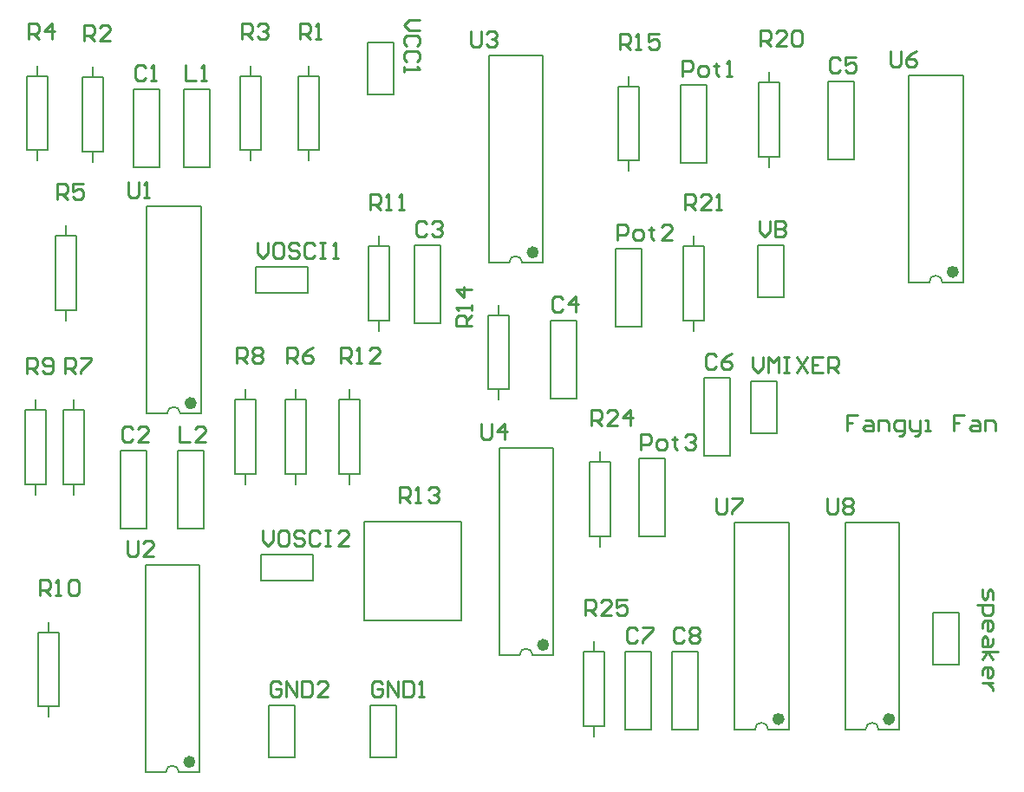
<source format=gto>
G04 Layer_Color=65535*
%FSLAX44Y44*%
%MOMM*%
G71*
G01*
G75*
%ADD10C,0.2540*%
%ADD14C,0.6000*%
%ADD15C,0.2000*%
D10*
X1088387Y605783D02*
X1078230D01*
Y598166D01*
X1083308D01*
X1078230D01*
Y590548D01*
X1096004Y600705D02*
X1101083D01*
X1103622Y598166D01*
Y590548D01*
X1096004D01*
X1093465Y593088D01*
X1096004Y595627D01*
X1103622D01*
X1108700Y590548D02*
Y600705D01*
X1116318D01*
X1118857Y598166D01*
Y590548D01*
X1129014Y585470D02*
X1131553D01*
X1134092Y588009D01*
Y600705D01*
X1126474D01*
X1123935Y598166D01*
Y593088D01*
X1126474Y590548D01*
X1134092D01*
X1139170Y600705D02*
Y593088D01*
X1141710Y590548D01*
X1149327D01*
Y588009D01*
X1146788Y585470D01*
X1144249D01*
X1149327Y590548D02*
Y600705D01*
X1154405Y590548D02*
X1159484D01*
X1156945D01*
Y600705D01*
X1154405D01*
X1192493Y605783D02*
X1182336D01*
Y598166D01*
X1187415D01*
X1182336D01*
Y590548D01*
X1200111Y600705D02*
X1205189D01*
X1207728Y598166D01*
Y590548D01*
X1200111D01*
X1197571Y593088D01*
X1200111Y595627D01*
X1207728D01*
X1212806Y590548D02*
Y600705D01*
X1220424D01*
X1222963Y598166D01*
Y590548D01*
X641350Y520700D02*
Y535935D01*
X648968D01*
X651507Y533396D01*
Y528317D01*
X648968Y525778D01*
X641350D01*
X646428D02*
X651507Y520700D01*
X656585D02*
X661663D01*
X659124D01*
Y535935D01*
X656585Y533396D01*
X669281D02*
X671820Y535935D01*
X676898D01*
X679438Y533396D01*
Y530857D01*
X676898Y528317D01*
X674359D01*
X676898D01*
X679438Y525778D01*
Y523239D01*
X676898Y520700D01*
X671820D01*
X669281Y523239D01*
X711200Y693420D02*
X695965D01*
Y701038D01*
X698504Y703577D01*
X703583D01*
X706122Y701038D01*
Y693420D01*
Y698498D02*
X711200Y703577D01*
Y708655D02*
Y713733D01*
Y711194D01*
X695965D01*
X698504Y708655D01*
X711200Y728969D02*
X695965D01*
X703583Y721351D01*
Y731508D01*
X1210310Y435610D02*
Y427993D01*
X1212849Y425453D01*
X1215388Y427993D01*
Y433071D01*
X1217927Y435610D01*
X1220467Y433071D01*
Y425453D01*
X1205232Y420375D02*
X1220467D01*
Y412757D01*
X1217927Y410218D01*
X1212849D01*
X1210310Y412757D01*
Y420375D01*
Y397522D02*
Y402601D01*
X1212849Y405140D01*
X1217927D01*
X1220467Y402601D01*
Y397522D01*
X1217927Y394983D01*
X1215388D01*
Y405140D01*
X1220467Y387366D02*
Y382287D01*
X1217927Y379748D01*
X1210310D01*
Y387366D01*
X1212849Y389905D01*
X1215388Y387366D01*
Y379748D01*
X1210310Y374670D02*
X1225545D01*
X1215388D02*
X1220467Y367052D01*
X1215388Y374670D02*
X1210310Y367052D01*
Y351817D02*
Y356895D01*
X1212849Y359435D01*
X1217927D01*
X1220467Y356895D01*
Y351817D01*
X1217927Y349278D01*
X1215388D01*
Y359435D01*
X1220467Y344200D02*
X1210310D01*
X1215388D01*
X1217927Y341660D01*
X1220467Y339121D01*
Y336582D01*
X660395Y991870D02*
X650238D01*
X645160Y986792D01*
X650238Y981713D01*
X660395D01*
X657856Y966478D02*
X660395Y969017D01*
Y974096D01*
X657856Y976635D01*
X647699D01*
X645160Y974096D01*
Y969017D01*
X647699Y966478D01*
X657856Y951243D02*
X660395Y953782D01*
Y958861D01*
X657856Y961400D01*
X647699D01*
X645160Y958861D01*
Y953782D01*
X647699Y951243D01*
X645160Y946165D02*
Y941086D01*
Y943626D01*
X660395D01*
X657856Y946165D01*
X623948Y343785D02*
X621409Y346324D01*
X616330D01*
X613791Y343785D01*
Y333628D01*
X616330Y331089D01*
X621409D01*
X623948Y333628D01*
Y338707D01*
X618869D01*
X629026Y331089D02*
Y346324D01*
X639183Y331089D01*
Y346324D01*
X644261D02*
Y331089D01*
X651879D01*
X654418Y333628D01*
Y343785D01*
X651879Y346324D01*
X644261D01*
X659496Y331089D02*
X664575D01*
X662035D01*
Y346324D01*
X659496Y343785D01*
X524888D02*
X522349Y346324D01*
X517270D01*
X514731Y343785D01*
Y333628D01*
X517270Y331089D01*
X522349D01*
X524888Y333628D01*
Y338707D01*
X519809D01*
X529966Y331089D02*
Y346324D01*
X540123Y331089D01*
Y346324D01*
X545201D02*
Y331089D01*
X552819D01*
X555358Y333628D01*
Y343785D01*
X552819Y346324D01*
X545201D01*
X570593Y331089D02*
X560436D01*
X570593Y341246D01*
Y343785D01*
X568054Y346324D01*
X562975D01*
X560436Y343785D01*
X392681Y945892D02*
X390141Y948431D01*
X385063D01*
X382524Y945892D01*
Y935735D01*
X385063Y933196D01*
X390141D01*
X392681Y935735D01*
X397759Y933196D02*
X402837D01*
X400298D01*
Y948431D01*
X397759Y945892D01*
X380108Y592705D02*
X377569Y595244D01*
X372490D01*
X369951Y592705D01*
Y582548D01*
X372490Y580009D01*
X377569D01*
X380108Y582548D01*
X395343Y580009D02*
X385186D01*
X395343Y590166D01*
Y592705D01*
X392804Y595244D01*
X387725D01*
X385186Y592705D01*
X667128Y793365D02*
X664588Y795904D01*
X659510D01*
X656971Y793365D01*
Y783208D01*
X659510Y780669D01*
X664588D01*
X667128Y783208D01*
X672206Y793365D02*
X674745Y795904D01*
X679824D01*
X682363Y793365D01*
Y790826D01*
X679824Y788287D01*
X677284D01*
X679824D01*
X682363Y785747D01*
Y783208D01*
X679824Y780669D01*
X674745D01*
X672206Y783208D01*
X800478Y719705D02*
X797939Y722244D01*
X792860D01*
X790321Y719705D01*
Y709548D01*
X792860Y707009D01*
X797939D01*
X800478Y709548D01*
X813174Y707009D02*
Y722244D01*
X805556Y714626D01*
X815713D01*
X1070988Y953385D02*
X1068448Y955924D01*
X1063370D01*
X1060831Y953385D01*
Y943228D01*
X1063370Y940689D01*
X1068448D01*
X1070988Y943228D01*
X1086223Y955924D02*
X1076066D01*
Y948307D01*
X1081144Y950846D01*
X1083684D01*
X1086223Y948307D01*
Y943228D01*
X1083684Y940689D01*
X1078605D01*
X1076066Y943228D01*
X950211Y663952D02*
X947672Y666491D01*
X942593D01*
X940054Y663952D01*
Y653795D01*
X942593Y651256D01*
X947672D01*
X950211Y653795D01*
X965446Y666491D02*
X960367Y663952D01*
X955289Y658874D01*
Y653795D01*
X957828Y651256D01*
X962907D01*
X965446Y653795D01*
Y656334D01*
X962907Y658874D01*
X955289D01*
X872741Y395982D02*
X870201Y398521D01*
X865123D01*
X862584Y395982D01*
Y385825D01*
X865123Y383286D01*
X870201D01*
X872741Y385825D01*
X877819Y398521D02*
X887976D01*
Y395982D01*
X877819Y385825D01*
Y383286D01*
X918461Y395982D02*
X915921Y398521D01*
X910843D01*
X908304Y395982D01*
Y385825D01*
X910843Y383286D01*
X915921D01*
X918461Y385825D01*
X923539Y395982D02*
X926078Y398521D01*
X931157D01*
X933696Y395982D01*
Y393443D01*
X931157Y390904D01*
X933696Y388364D01*
Y385825D01*
X931157Y383286D01*
X926078D01*
X923539Y385825D01*
Y388364D01*
X926078Y390904D01*
X923539Y393443D01*
Y395982D01*
X926078Y390904D02*
X931157D01*
X432054Y948431D02*
Y933196D01*
X442211D01*
X447289D02*
X452367D01*
X449828D01*
Y948431D01*
X447289Y945892D01*
X425704Y595371D02*
Y580136D01*
X435861D01*
X451096D02*
X440939D01*
X451096Y590293D01*
Y592832D01*
X448557Y595371D01*
X443478D01*
X440939Y592832D01*
X917321Y936879D02*
Y952114D01*
X924939D01*
X927478Y949575D01*
Y944497D01*
X924939Y941957D01*
X917321D01*
X935095Y936879D02*
X940174D01*
X942713Y939418D01*
Y944497D01*
X940174Y947036D01*
X935095D01*
X932556Y944497D01*
Y939418D01*
X935095Y936879D01*
X950330Y949575D02*
Y947036D01*
X947791D01*
X952869D01*
X950330D01*
Y939418D01*
X952869Y936879D01*
X960487D02*
X965565D01*
X963026D01*
Y952114D01*
X960487Y949575D01*
X853821Y776859D02*
Y792094D01*
X861439D01*
X863978Y789555D01*
Y784476D01*
X861439Y781937D01*
X853821D01*
X871595Y776859D02*
X876674D01*
X879213Y779398D01*
Y784476D01*
X876674Y787016D01*
X871595D01*
X869056Y784476D01*
Y779398D01*
X871595Y776859D01*
X886830Y789555D02*
Y787016D01*
X884291D01*
X889370D01*
X886830D01*
Y779398D01*
X889370Y776859D01*
X907144D02*
X896987D01*
X907144Y787016D01*
Y789555D01*
X904605Y792094D01*
X899526D01*
X896987Y789555D01*
X876554Y572516D02*
Y587751D01*
X884172D01*
X886711Y585212D01*
Y580134D01*
X884172Y577594D01*
X876554D01*
X894328Y572516D02*
X899407D01*
X901946Y575055D01*
Y580134D01*
X899407Y582673D01*
X894328D01*
X891789Y580134D01*
Y575055D01*
X894328Y572516D01*
X909563Y585212D02*
Y582673D01*
X907024D01*
X912103D01*
X909563D01*
Y575055D01*
X912103Y572516D01*
X919720Y585212D02*
X922259Y587751D01*
X927338D01*
X929877Y585212D01*
Y582673D01*
X927338Y580134D01*
X924798D01*
X927338D01*
X929877Y577594D01*
Y575055D01*
X927338Y572516D01*
X922259D01*
X919720Y575055D01*
X543941Y973201D02*
Y988436D01*
X551558D01*
X554098Y985897D01*
Y980818D01*
X551558Y978279D01*
X543941D01*
X549019D02*
X554098Y973201D01*
X559176D02*
X564254D01*
X561715D01*
Y988436D01*
X559176Y985897D01*
X332994Y972058D02*
Y987293D01*
X340611D01*
X343151Y984754D01*
Y979676D01*
X340611Y977136D01*
X332994D01*
X338072D02*
X343151Y972058D01*
X358386D02*
X348229D01*
X358386Y982215D01*
Y984754D01*
X355847Y987293D01*
X350768D01*
X348229Y984754D01*
X486791Y973201D02*
Y988436D01*
X494408D01*
X496948Y985897D01*
Y980818D01*
X494408Y978279D01*
X486791D01*
X491869D02*
X496948Y973201D01*
X502026Y985897D02*
X504565Y988436D01*
X509644D01*
X512183Y985897D01*
Y983358D01*
X509644Y980818D01*
X507104D01*
X509644D01*
X512183Y978279D01*
Y975740D01*
X509644Y973201D01*
X504565D01*
X502026Y975740D01*
X278511Y973201D02*
Y988436D01*
X286129D01*
X288668Y985897D01*
Y980818D01*
X286129Y978279D01*
X278511D01*
X283589D02*
X288668Y973201D01*
X301364D02*
Y988436D01*
X293746Y980818D01*
X303903D01*
X306324Y817118D02*
Y832353D01*
X313941D01*
X316481Y829814D01*
Y824735D01*
X313941Y822196D01*
X306324D01*
X311402D02*
X316481Y817118D01*
X331716Y832353D02*
X321559D01*
Y824735D01*
X326637Y827275D01*
X329177D01*
X331716Y824735D01*
Y819657D01*
X329177Y817118D01*
X324098D01*
X321559Y819657D01*
X531241Y656971D02*
Y672206D01*
X538858D01*
X541398Y669667D01*
Y664588D01*
X538858Y662049D01*
X531241D01*
X536319D02*
X541398Y656971D01*
X556633Y672206D02*
X551554Y669667D01*
X546476Y664588D01*
Y659510D01*
X549015Y656971D01*
X554094D01*
X556633Y659510D01*
Y662049D01*
X554094Y664588D01*
X546476D01*
X314071Y646811D02*
Y662046D01*
X321688D01*
X324228Y659507D01*
Y654428D01*
X321688Y651889D01*
X314071D01*
X319149D02*
X324228Y646811D01*
X329306Y662046D02*
X339463D01*
Y659507D01*
X329306Y649350D01*
Y646811D01*
X481711Y656971D02*
Y672206D01*
X489328D01*
X491868Y669667D01*
Y664588D01*
X489328Y662049D01*
X481711D01*
X486789D02*
X491868Y656971D01*
X496946Y669667D02*
X499485Y672206D01*
X504564D01*
X507103Y669667D01*
Y667128D01*
X504564Y664588D01*
X507103Y662049D01*
Y659510D01*
X504564Y656971D01*
X499485D01*
X496946Y659510D01*
Y662049D01*
X499485Y664588D01*
X496946Y667128D01*
Y669667D01*
X499485Y664588D02*
X504564D01*
X277241Y646811D02*
Y662046D01*
X284858D01*
X287398Y659507D01*
Y654428D01*
X284858Y651889D01*
X277241D01*
X282319D02*
X287398Y646811D01*
X292476Y649350D02*
X295015Y646811D01*
X300094D01*
X302633Y649350D01*
Y659507D01*
X300094Y662046D01*
X295015D01*
X292476Y659507D01*
Y656968D01*
X295015Y654428D01*
X302633D01*
X289814Y429768D02*
Y445003D01*
X297432D01*
X299971Y442464D01*
Y437385D01*
X297432Y434846D01*
X289814D01*
X294892D02*
X299971Y429768D01*
X305049D02*
X310127D01*
X307588D01*
Y445003D01*
X305049Y442464D01*
X317745D02*
X320284Y445003D01*
X325363D01*
X327902Y442464D01*
Y432307D01*
X325363Y429768D01*
X320284D01*
X317745Y432307D01*
Y442464D01*
X612521Y806831D02*
Y822066D01*
X620139D01*
X622678Y819527D01*
Y814448D01*
X620139Y811909D01*
X612521D01*
X617599D02*
X622678Y806831D01*
X627756D02*
X632834D01*
X630295D01*
Y822066D01*
X627756Y819527D01*
X640452Y806831D02*
X645530D01*
X642991D01*
Y822066D01*
X640452Y819527D01*
X583311Y656971D02*
Y672206D01*
X590928D01*
X593468Y669667D01*
Y664588D01*
X590928Y662049D01*
X583311D01*
X588389D02*
X593468Y656971D01*
X598546D02*
X603624D01*
X601085D01*
Y672206D01*
X598546Y669667D01*
X621399Y656971D02*
X611242D01*
X621399Y667128D01*
Y669667D01*
X618859Y672206D01*
X613781D01*
X611242Y669667D01*
X856361Y963041D02*
Y978276D01*
X863979D01*
X866518Y975737D01*
Y970658D01*
X863979Y968119D01*
X856361D01*
X861439D02*
X866518Y963041D01*
X871596D02*
X876674D01*
X874135D01*
Y978276D01*
X871596Y975737D01*
X894449Y978276D02*
X884292D01*
Y970658D01*
X889370Y973198D01*
X891909D01*
X894449Y970658D01*
Y965580D01*
X891909Y963041D01*
X886831D01*
X884292Y965580D01*
X993394Y966978D02*
Y982213D01*
X1001012D01*
X1003551Y979674D01*
Y974595D01*
X1001012Y972056D01*
X993394D01*
X998472D02*
X1003551Y966978D01*
X1018786D02*
X1008629D01*
X1018786Y977135D01*
Y979674D01*
X1016247Y982213D01*
X1011168D01*
X1008629Y979674D01*
X1023864D02*
X1026403Y982213D01*
X1031482D01*
X1034021Y979674D01*
Y969517D01*
X1031482Y966978D01*
X1026403D01*
X1023864Y969517D01*
Y979674D01*
X919734Y806958D02*
Y822193D01*
X927352D01*
X929891Y819654D01*
Y814576D01*
X927352Y812036D01*
X919734D01*
X924812D02*
X929891Y806958D01*
X945126D02*
X934969D01*
X945126Y817115D01*
Y819654D01*
X942587Y822193D01*
X937508D01*
X934969Y819654D01*
X950204Y806958D02*
X955283D01*
X952743D01*
Y822193D01*
X950204Y819654D01*
X828421Y596011D02*
Y611246D01*
X836039D01*
X838578Y608707D01*
Y603629D01*
X836039Y601089D01*
X828421D01*
X833499D02*
X838578Y596011D01*
X853813D02*
X843656D01*
X853813Y606168D01*
Y608707D01*
X851274Y611246D01*
X846195D01*
X843656Y608707D01*
X866509Y596011D02*
Y611246D01*
X858891Y603629D01*
X869048D01*
X821944Y410718D02*
Y425953D01*
X829561D01*
X832101Y423414D01*
Y418335D01*
X829561Y415796D01*
X821944D01*
X827022D02*
X832101Y410718D01*
X847336D02*
X837179D01*
X847336Y420875D01*
Y423414D01*
X844797Y425953D01*
X839718D01*
X837179Y423414D01*
X862571Y425953D02*
X852414D01*
Y418335D01*
X857493Y420875D01*
X860032D01*
X862571Y418335D01*
Y413257D01*
X860032Y410718D01*
X854953D01*
X852414Y413257D01*
X501904Y774441D02*
Y764284D01*
X506982Y759206D01*
X512061Y764284D01*
Y774441D01*
X524757D02*
X519678D01*
X517139Y771902D01*
Y761745D01*
X519678Y759206D01*
X524757D01*
X527296Y761745D01*
Y771902D01*
X524757Y774441D01*
X542531Y771902D02*
X539992Y774441D01*
X534913D01*
X532374Y771902D01*
Y769363D01*
X534913Y766824D01*
X539992D01*
X542531Y764284D01*
Y761745D01*
X539992Y759206D01*
X534913D01*
X532374Y761745D01*
X557766Y771902D02*
X555227Y774441D01*
X550148D01*
X547609Y771902D01*
Y761745D01*
X550148Y759206D01*
X555227D01*
X557766Y761745D01*
X562844Y774441D02*
X567923D01*
X565383D01*
Y759206D01*
X562844D01*
X567923D01*
X575540D02*
X580619D01*
X578079D01*
Y774441D01*
X575540Y771902D01*
X506984Y493771D02*
Y483614D01*
X512062Y478536D01*
X517141Y483614D01*
Y493771D01*
X529837D02*
X524758D01*
X522219Y491232D01*
Y481075D01*
X524758Y478536D01*
X529837D01*
X532376Y481075D01*
Y491232D01*
X529837Y493771D01*
X547611Y491232D02*
X545072Y493771D01*
X539993D01*
X537454Y491232D01*
Y488693D01*
X539993Y486153D01*
X545072D01*
X547611Y483614D01*
Y481075D01*
X545072Y478536D01*
X539993D01*
X537454Y481075D01*
X562846Y491232D02*
X560307Y493771D01*
X555228D01*
X552689Y491232D01*
Y481075D01*
X555228Y478536D01*
X560307D01*
X562846Y481075D01*
X567924Y493771D02*
X573003D01*
X570463D01*
Y478536D01*
X567924D01*
X573003D01*
X590777D02*
X580620D01*
X590777Y488693D01*
Y491232D01*
X588238Y493771D01*
X583159D01*
X580620Y491232D01*
X985774Y662681D02*
Y652524D01*
X990852Y647446D01*
X995931Y652524D01*
Y662681D01*
X1001009Y647446D02*
Y662681D01*
X1006087Y657603D01*
X1011166Y662681D01*
Y647446D01*
X1016244Y662681D02*
X1021322D01*
X1018783D01*
Y647446D01*
X1016244D01*
X1021322D01*
X1028940Y662681D02*
X1039097Y647446D01*
Y662681D02*
X1028940Y647446D01*
X1054332Y662681D02*
X1044175D01*
Y647446D01*
X1054332D01*
X1044175Y655063D02*
X1049253D01*
X1059410Y647446D02*
Y662681D01*
X1067028D01*
X1069567Y660142D01*
Y655063D01*
X1067028Y652524D01*
X1059410D01*
X1064489D02*
X1069567Y647446D01*
X992124Y796031D02*
Y785874D01*
X997202Y780796D01*
X1002281Y785874D01*
Y796031D01*
X1007359D02*
Y780796D01*
X1014977D01*
X1017516Y783335D01*
Y785874D01*
X1014977Y788413D01*
X1007359D01*
X1014977D01*
X1017516Y790953D01*
Y793492D01*
X1014977Y796031D01*
X1007359D01*
X376301Y833496D02*
Y820800D01*
X378840Y818261D01*
X383918D01*
X386458Y820800D01*
Y833496D01*
X391536Y818261D02*
X396614D01*
X394075D01*
Y833496D01*
X391536Y830957D01*
X375031Y482976D02*
Y470280D01*
X377570Y467741D01*
X382649D01*
X385188Y470280D01*
Y482976D01*
X400423Y467741D02*
X390266D01*
X400423Y477898D01*
Y480437D01*
X397884Y482976D01*
X392805D01*
X390266Y480437D01*
X710311Y980816D02*
Y968120D01*
X712850Y965581D01*
X717928D01*
X720468Y968120D01*
Y980816D01*
X725546Y978277D02*
X728085Y980816D01*
X733164D01*
X735703Y978277D01*
Y975738D01*
X733164Y973198D01*
X730624D01*
X733164D01*
X735703Y970659D01*
Y968120D01*
X733164Y965581D01*
X728085D01*
X725546Y968120D01*
X720471Y597276D02*
Y584580D01*
X723010Y582041D01*
X728089D01*
X730628Y584580D01*
Y597276D01*
X743324Y582041D02*
Y597276D01*
X735706Y589659D01*
X745863D01*
X1120521Y961766D02*
Y949070D01*
X1123060Y946531D01*
X1128139D01*
X1130678Y949070D01*
Y961766D01*
X1145913D02*
X1140834Y959227D01*
X1135756Y954148D01*
Y949070D01*
X1138295Y946531D01*
X1143374D01*
X1145913Y949070D01*
Y951609D01*
X1143374Y954148D01*
X1135756D01*
X950341Y524886D02*
Y512190D01*
X952880Y509651D01*
X957959D01*
X960498Y512190D01*
Y524886D01*
X965576D02*
X975733D01*
Y522347D01*
X965576Y512190D01*
Y509651D01*
X1058291Y524886D02*
Y512190D01*
X1060830Y509651D01*
X1065909D01*
X1068448Y512190D01*
Y524886D01*
X1073526Y522347D02*
X1076065Y524886D01*
X1081144D01*
X1083683Y522347D01*
Y519808D01*
X1081144Y517268D01*
X1083683Y514729D01*
Y512190D01*
X1081144Y509651D01*
X1076065D01*
X1073526Y512190D01*
Y514729D01*
X1076065Y517268D01*
X1073526Y519808D01*
Y522347D01*
X1076065Y517268D02*
X1081144D01*
D14*
X1184090Y745930D02*
G03*
X1184090Y745930I-3000J0D01*
G01*
X1013910Y309050D02*
G03*
X1013910Y309050I-3000J0D01*
G01*
X1121860D02*
G03*
X1121860Y309050I-3000J0D01*
G01*
X438600Y267140D02*
G03*
X438600Y267140I-3000J0D01*
G01*
X784040Y381440D02*
G03*
X784040Y381440I-3000J0D01*
G01*
X773880Y764980D02*
G03*
X773880Y764980I-3000J0D01*
G01*
X439870Y617660D02*
G03*
X439870Y617660I-3000J0D01*
G01*
D15*
X1170940Y735930D02*
G03*
X1158240Y735930I-6350J0D01*
G01*
X1000760Y299050D02*
G03*
X988060Y299050I-6350J0D01*
G01*
X1108710D02*
G03*
X1096010Y299050I-6350J0D01*
G01*
X425450Y257140D02*
G03*
X412750Y257140I-6350J0D01*
G01*
X770890Y371440D02*
G03*
X758190Y371440I-6350J0D01*
G01*
X760730Y754980D02*
G03*
X748030Y754980I-6350J0D01*
G01*
X426720Y607660D02*
G03*
X414020Y607660I-6350J0D01*
G01*
X606150Y405130D02*
X701150D01*
Y502020D01*
X606150D02*
X701150D01*
X606150Y405130D02*
Y502020D01*
X727710Y631190D02*
X748030D01*
X727710D02*
Y703580D01*
X748030D01*
Y631190D02*
Y703580D01*
X737870Y621030D02*
Y631190D01*
Y703580D02*
Y713740D01*
X1187450Y361950D02*
Y412750D01*
X1162050D02*
X1187450D01*
X1162050Y361950D02*
Y412750D01*
Y361950D02*
X1187450D01*
X609600Y919480D02*
X635000D01*
X609600D02*
Y970280D01*
X635000D01*
Y919480D02*
Y970280D01*
X612140Y271780D02*
X637540D01*
X612140D02*
Y322580D01*
X637540D01*
Y271780D02*
Y322580D01*
X513080Y271780D02*
X538480D01*
X513080D02*
Y322580D01*
X538480D01*
Y271780D02*
Y322580D01*
X820420Y374650D02*
X840740D01*
Y302260D02*
Y374650D01*
X820420Y302260D02*
X840740D01*
X820420D02*
Y374650D01*
X830580D02*
Y384810D01*
Y292100D02*
Y302260D01*
X861060Y374650D02*
X886460D01*
Y298450D02*
Y374650D01*
X861060Y298450D02*
X886460D01*
X861060D02*
Y374650D01*
X875030Y563880D02*
X900430D01*
Y487680D02*
Y563880D01*
X875030Y487680D02*
X900430D01*
X875030D02*
Y563880D01*
X906780Y374650D02*
X932180D01*
Y298450D02*
Y374650D01*
X906780Y298450D02*
X932180D01*
X906780D02*
Y374650D01*
X1138090Y937930D02*
X1191090D01*
X1138090Y735930D02*
X1158240D01*
X1170940D02*
X1191090D01*
X1138090D02*
Y937930D01*
X1191090Y735930D02*
Y937930D01*
X984250Y588010D02*
Y638810D01*
Y588010D02*
X1009650D01*
Y638810D01*
X984250D02*
X1009650D01*
X826770Y487680D02*
X847090D01*
X826770D02*
Y560070D01*
X847090D01*
Y487680D02*
Y560070D01*
X836930Y477520D02*
Y487680D01*
Y560070D02*
Y570230D01*
X967910Y501050D02*
X1020910D01*
X967910Y299050D02*
X988060D01*
X1000760D02*
X1020910D01*
X967910D02*
Y501050D01*
X1020910Y299050D02*
Y501050D01*
X1075860D02*
X1128860D01*
X1075860Y299050D02*
X1096010D01*
X1108710D02*
X1128860D01*
X1075860D02*
Y501050D01*
X1128860Y299050D02*
Y501050D01*
X288290Y393700D02*
X308610D01*
Y321310D02*
Y393700D01*
X288290Y321310D02*
X308610D01*
X288290D02*
Y393700D01*
X298450D02*
Y403860D01*
Y311150D02*
Y321310D01*
X392600Y459140D02*
X445600D01*
X392600Y257140D02*
X412750D01*
X425450D02*
X445600D01*
X392600D02*
Y459140D01*
X445600Y257140D02*
Y459140D01*
X738040Y573440D02*
X791040D01*
X738040Y371440D02*
X758190D01*
X770890D02*
X791040D01*
X738040D02*
Y573440D01*
X791040Y371440D02*
Y573440D01*
X368300Y495300D02*
X393700D01*
X368300D02*
Y571500D01*
X393700D01*
Y495300D02*
Y571500D01*
X1059180Y855980D02*
X1084580D01*
X1059180D02*
Y932180D01*
X1084580D01*
Y855980D02*
Y932180D01*
X991870Y930910D02*
X1012190D01*
Y858520D02*
Y930910D01*
X991870Y858520D02*
X1012190D01*
X991870D02*
Y930910D01*
X1002030D02*
Y941070D01*
Y848360D02*
Y858520D01*
X424180Y495300D02*
X449580D01*
X424180D02*
Y571500D01*
X449580D01*
Y495300D02*
Y571500D01*
X505460Y469900D02*
X556260D01*
X505460Y444500D02*
Y469900D01*
Y444500D02*
X556260D01*
Y469900D01*
X918210Y698500D02*
X938530D01*
X918210D02*
Y770890D01*
X938530D01*
Y698500D02*
Y770890D01*
X928370Y688340D02*
Y698500D01*
Y770890D02*
Y781050D01*
X938530Y642620D02*
X963930D01*
Y566420D02*
Y642620D01*
X938530Y566420D02*
X963930D01*
X938530D02*
Y642620D01*
X788670Y622300D02*
X814070D01*
X788670D02*
Y698500D01*
X814070D01*
Y622300D02*
Y698500D01*
X852170Y692150D02*
X877570D01*
X852170D02*
Y768350D01*
X877570D01*
Y692150D02*
Y768350D01*
X529590Y548640D02*
X549910D01*
X529590D02*
Y621030D01*
X549910D01*
Y548640D02*
Y621030D01*
X539750Y538480D02*
Y548640D01*
Y621030D02*
Y631190D01*
X312420Y538480D02*
X332740D01*
X312420D02*
Y610870D01*
X332740D01*
Y538480D02*
Y610870D01*
X322580Y528320D02*
Y538480D01*
Y610870D02*
Y621030D01*
X480060Y548640D02*
X500380D01*
X480060D02*
Y621030D01*
X500380D01*
Y548640D02*
Y621030D01*
X490220Y538480D02*
Y548640D01*
Y621030D02*
Y631190D01*
X275590Y538480D02*
X295910D01*
X275590D02*
Y610870D01*
X295910D01*
Y538480D02*
Y610870D01*
X285750Y528320D02*
Y538480D01*
Y610870D02*
Y621030D01*
X1016000Y721360D02*
Y772160D01*
X990600D02*
X1016000D01*
X990600Y721360D02*
Y772160D01*
Y721360D02*
X1016000D01*
X854710Y854710D02*
X875030D01*
X854710D02*
Y927100D01*
X875030D01*
Y854710D02*
Y927100D01*
X864870Y844550D02*
Y854710D01*
Y927100D02*
Y937260D01*
X304800Y781050D02*
X325120D01*
Y708660D02*
Y781050D01*
X304800Y708660D02*
X325120D01*
X304800D02*
Y781050D01*
X314960D02*
Y791210D01*
Y698500D02*
Y708660D01*
X581660Y548640D02*
X601980D01*
X581660D02*
Y621030D01*
X601980D01*
Y548640D02*
Y621030D01*
X591820Y538480D02*
Y548640D01*
Y621030D02*
Y631190D01*
X655320Y695960D02*
X680720D01*
X655320D02*
Y772160D01*
X680720D01*
Y695960D02*
Y772160D01*
X610870Y698500D02*
X631190D01*
X610870D02*
Y770890D01*
X631190D01*
Y698500D02*
Y770890D01*
X621030Y688340D02*
Y698500D01*
Y770890D02*
Y781050D01*
X915670Y852170D02*
X941070D01*
X915670D02*
Y928370D01*
X941070D01*
Y852170D02*
Y928370D01*
X727880Y956980D02*
X780880D01*
X727880Y754980D02*
X748030D01*
X760730D02*
X780880D01*
X727880D02*
Y956980D01*
X780880Y754980D02*
Y956980D01*
X393870Y809660D02*
X446870D01*
X393870Y607660D02*
X414020D01*
X426720D02*
X446870D01*
X393870D02*
Y809660D01*
X446870Y607660D02*
Y809660D01*
X500380Y725170D02*
X551180D01*
Y750570D01*
X500380D02*
X551180D01*
X500380Y725170D02*
Y750570D01*
X381000Y924560D02*
X406400D01*
Y848360D02*
Y924560D01*
X381000Y848360D02*
X406400D01*
X381000D02*
Y924560D01*
X430530D02*
X455930D01*
Y848360D02*
Y924560D01*
X430530Y848360D02*
X455930D01*
X430530D02*
Y924560D01*
X542290Y864870D02*
X562610D01*
X542290D02*
Y937260D01*
X562610D01*
Y864870D02*
Y937260D01*
X552450Y854710D02*
Y864870D01*
Y937260D02*
Y947420D01*
X331470Y935990D02*
X351790D01*
Y863600D02*
Y935990D01*
X331470Y863600D02*
X351790D01*
X331470D02*
Y935990D01*
X341630D02*
Y946150D01*
Y853440D02*
Y863600D01*
X485140Y864870D02*
X505460D01*
X485140D02*
Y937260D01*
X505460D01*
Y864870D02*
Y937260D01*
X495300Y854710D02*
Y864870D01*
Y937260D02*
Y947420D01*
X276860Y864870D02*
X297180D01*
X276860D02*
Y937260D01*
X297180D01*
Y864870D02*
Y937260D01*
X287020Y854710D02*
Y864870D01*
Y937260D02*
Y947420D01*
M02*

</source>
